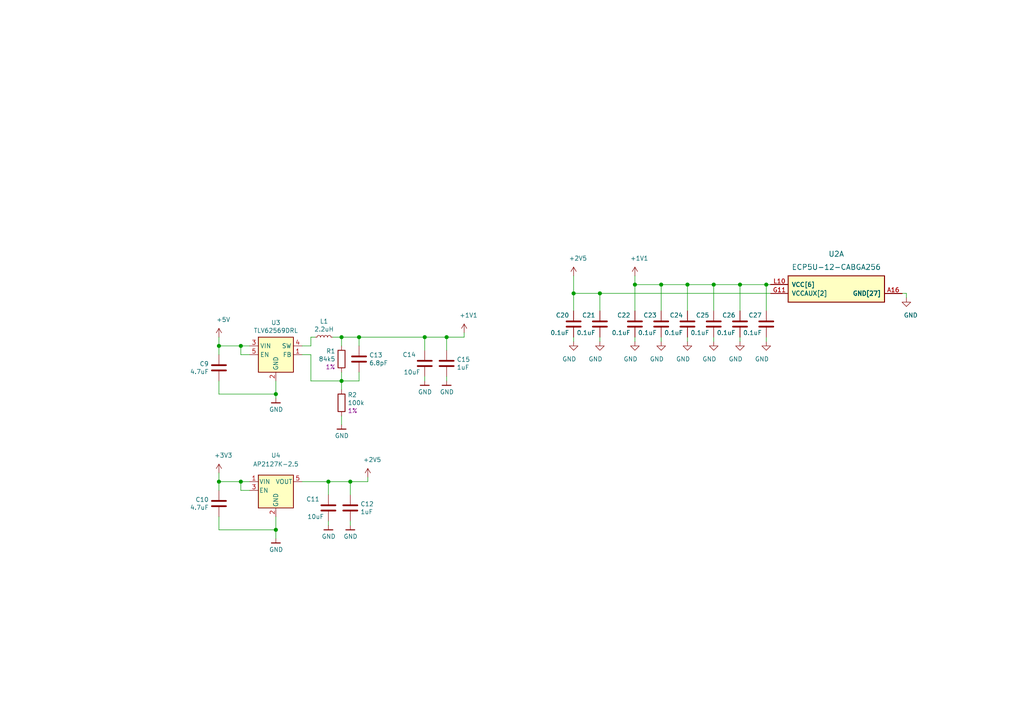
<source format=kicad_sch>
(kicad_sch (version 20201015) (generator eeschema)
  (page 1 4)
  (paper "A4")
  (title_block (title "Resonance") (date "2020-12-02") (rev "r1.0") (company "GsD : @gregdavill") (comment 1 "Digital video output addon from the card10"))
  (lib_symbols
    (symbol "Device:C" (pin_numbers hide) (pin_names (offset 0.254))
      (property "Reference" "C" (at 0.635 2.54 0))
      (property "Value" "C" (at 0.635 -2.54 0))
      (symbol "C_0_1"
        (polyline (pts (xy -2.032 -0.762) (xy 2.032 -0.762)) (stroke (width 0.508)))
        (polyline (pts (xy -2.032 0.762) (xy 2.032 0.762)) (stroke (width 0.508)))
      )
      (symbol "C_1_1"
        (pin passive line (at 0 3.81 270) (length 2.794) (name "~") (number "1"))
        (pin passive line (at 0 -3.81 90) (length 2.794) (name "~") (number "2"))
      )
    )
    (symbol "Device:L_Small" (pin_numbers hide) (pin_names (offset 0.254) hide)
      (property "Reference" "L" (at 0.762 1.016 0))
      (property "Value" "L_Small" (at 0.762 -1.016 0))
      (symbol "L_Small_0_1"
        (arc (start 0 -2.032) (end 0 -1.016) (radius (at 0 -1.524) (length 0.508) (angles -89.9 89.9)))
        (arc (start 0 -1.016) (end 0 0) (radius (at 0 -0.508) (length 0.508) (angles -89.9 89.9)))
        (arc (start 0 0) (end 0 1.016) (radius (at 0 0.508) (length 0.508) (angles -89.9 89.9)))
        (arc (start 0 1.016) (end 0 2.032) (radius (at 0 1.524) (length 0.508) (angles -89.9 89.9)))
      )
      (symbol "L_Small_1_1"
        (pin passive line (at 0 2.54 270) (length 0.508) (name "~") (number "1"))
        (pin passive line (at 0 -2.54 90) (length 0.508) (name "~") (number "2"))
      )
    )
    (symbol "Device:R_5" (pin_numbers hide) (pin_names (offset 0))
      (property "Reference" "R" (at 2.032 0 90))
      (property "Value" "R" (at 0 0 90))
      (symbol "R_5_0_1"
        (rectangle (start -1.016 -2.54) (end 1.016 2.54) (stroke (width 0.254)))
      )
      (symbol "R_5_1_1"
        (pin passive line (at 0 3.81 270) (length 1.27) (name "~") (number "1"))
        (pin passive line (at 0 -3.81 90) (length 1.27) (name "~") (number "2"))
      )
    )
    (symbol "Device:R_6" (pin_numbers hide) (pin_names (offset 0))
      (property "Reference" "R" (at 2.032 0 90))
      (property "Value" "R" (at 0 0 90))
      (symbol "R_6_0_1"
        (rectangle (start -1.016 -2.54) (end 1.016 2.54) (stroke (width 0.254)))
      )
      (symbol "R_6_1_1"
        (pin passive line (at 0 3.81 270) (length 1.27) (name "~") (number "1"))
        (pin passive line (at 0 -3.81 90) (length 1.27) (name "~") (number "2"))
      )
    )
    (symbol "Regulator_Linear:AP2127K-2.5" (pin_names (offset 0.254))
      (property "Reference" "U" (at -5.08 5.715 0))
      (property "Value" "AP2127K-2.5" (at 0 5.715 0))
      (symbol "AP2127K-2.5_0_1"
        (rectangle (start -5.08 4.445) (end 5.08 -5.08) (stroke (width 0.254)) (fill (type background)))
      )
      (symbol "AP2127K-2.5_1_1"
        (pin power_in line (at -7.62 2.54 0) (length 2.54) (name "VIN") (number "1"))
        (pin power_in line (at 0 -7.62 90) (length 2.54) (name "GND") (number "2"))
        (pin input line (at -7.62 0 0) (length 2.54) (name "EN") (number "3"))
        (pin unconnected line (at 7.62 0 180) (length 2.54) hide (name "NC") (number "4"))
        (pin power_out line (at 7.62 2.54 180) (length 2.54) (name "VOUT") (number "5"))
      )
    )
    (symbol "Regulator_Switching:TLV62569DRL"
      (property "Reference" "U" (at -5.08 6.35 0))
      (property "Value" "TLV62569DRL" (at 0 6.35 0))
      (symbol "TLV62569DRL_0_1"
        (rectangle (start -5.08 5.08) (end 5.08 -5.08) (stroke (width 0.254)) (fill (type background)))
      )
      (symbol "TLV62569DRL_1_1"
        (pin input line (at 7.62 0 180) (length 2.54) (name "FB") (number "1"))
        (pin power_in line (at 0 -7.62 90) (length 2.54) (name "GND") (number "2"))
        (pin power_in line (at -7.62 2.54 0) (length 2.54) (name "VIN") (number "3"))
        (pin power_out line (at 7.62 2.54 180) (length 2.54) (name "SW") (number "4"))
        (pin input line (at -7.62 0 0) (length 2.54) (name "EN") (number "5"))
        (pin unconnected line (at 5.08 -2.54 180) (length 2.54) hide (name "NC") (number "6"))
      )
    )
    (symbol "gkl_power:GND" (power) (pin_names (offset 0))
      (property "Value" "GND" (at 0 -2.54 0))
      (symbol "GND_0_1"
        (polyline (pts (xy 0 -1.27) (xy 0 0)))
        (polyline (pts (xy 1.27 -1.27) (xy -1.27 -1.27)) (stroke (width 0.3048)))
      )
      (symbol "GND_1_1"
        (pin power_in line (at 0 0 270) (length 0) hide (name "GND") (number "1"))
      )
    )
    (symbol "gsd-kicad:ECP5U-12-CABGA256" (pin_names (offset 1.016))
      (property "Reference" "U" (at 3.81 6.35 0))
      (property "Value" "ECP5U-12-CABGA256" (at 3.81 3.81 0))
      (symbol "ECP5U-12-CABGA256_1_1"
        (rectangle (start 5.08 17.78) (end 12.7 -10.16) (stroke (width 0.3048)) (fill (type background)))
        (pin power_in line (at 7.62 -15.24 90) (length 5.08) (name "GND[27]") (number "A16"))
        (pin power_in line (at 7.62 -15.24 90) (length 5.08) (name "GND[27]") (number "H16"))
        (pin power_in line (at 7.62 -15.24 90) (length 5.08) (name "GND[27]") (number "T16"))
        (pin power_in line (at 7.62 -15.24 90) (length 5.08) (name "GND[27]") (number "D15"))
        (pin power_in line (at 7.62 -15.24 90) (length 5.08) (name "GND[27]") (number "N15"))
        (pin power_in line (at 7.62 -15.24 90) (length 5.08) (name "GND[27]") (number "T12"))
        (pin power_in line (at 7.62 -15.24 90) (length 5.08) (name "GND[27]") (number "G10"))
        (pin power_in line (at 7.62 -15.24 90) (length 5.08) (name "GND[27]") (number "H10"))
        (pin power_in line (at 7.62 -15.24 90) (length 5.08) (name "GND[27]") (number "J10"))
        (pin power_in line (at 7.62 -15.24 90) (length 5.08) (name "GND[27]") (number "K10"))
        (pin power_in line (at 7.62 -15.24 90) (length 5.08) (name "GND[27]") (number "F9"))
        (pin power_in line (at 7.62 -15.24 90) (length 5.08) (name "GND[27]") (number "H9"))
        (pin power_in line (at 7.62 -15.24 90) (length 5.08) (name "GND[27]") (number "J9"))
        (pin power_in line (at 7.62 -15.24 90) (length 5.08) (name "GND[27]") (number "K9"))
        (pin power_in line (at 7.62 -15.24 90) (length 5.08) (name "GND[27]") (number "F8"))
        (pin power_in line (at 7.62 -15.24 90) (length 5.08) (name "GND[27]") (number "G8"))
        (pin power_in line (at 7.62 -15.24 90) (length 5.08) (name "GND[27]") (number "H8"))
        (pin power_in line (at 7.62 -15.24 90) (length 5.08) (name "GND[27]") (number "J8"))
        (pin power_in line (at 7.62 -15.24 90) (length 5.08) (name "GND[27]") (number "K8"))
        (pin power_in line (at 7.62 -15.24 90) (length 5.08) (name "GND[27]") (number "K7"))
        (pin power_in line (at 7.62 -15.24 90) (length 5.08) (name "GND[27]") (number "K6"))
        (pin power_in line (at 7.62 -15.24 90) (length 5.08) (name "GND[27]") (number "T5"))
        (pin power_in line (at 7.62 -15.24 90) (length 5.08) (name "GND[27]") (number "D2"))
        (pin power_in line (at 7.62 -15.24 90) (length 5.08) (name "GND[27]") (number "N2"))
        (pin power_in line (at 7.62 -15.24 90) (length 5.08) (name "GND[27]") (number "A1"))
        (pin power_in line (at 7.62 -15.24 90) (length 5.08) (name "GND[27]") (number "H1"))
        (pin power_in line (at 7.62 -15.24 90) (length 5.08) (name "GND[27]") (number "T1"))
        (pin power_in line (at 10.16 22.86 270) (length 5.08) (name "VCC[6]") (number "L10"))
        (pin power_in line (at 10.16 22.86 270) (length 5.08) (name "VCC[6]") (number "G9"))
        (pin power_in line (at 10.16 22.86 270) (length 5.08) (name "VCC[6]") (number "L9"))
        (pin power_in line (at 10.16 22.86 270) (length 5.08) (name "VCC[6]") (number "L8"))
        (pin power_in line (at 10.16 22.86 270) (length 5.08) (name "VCC[6]") (number "G7"))
        (pin power_in line (at 10.16 22.86 270) (length 5.08) (name "VCC[6]") (number "G6"))
        (pin power_in line (at 7.62 22.86 270) (length 5.08) (name "VCCAUX[2]") (number "G11"))
        (pin power_in line (at 7.62 22.86 270) (length 5.08) (name "VCCAUX[2]") (number "L7"))
      )
      (symbol "ECP5U-12-CABGA256_2_1"
        (rectangle (start 5.08 2.54) (end 35.56 -60.96) (stroke (width 0.3048)) (fill (type background)))
        (pin bidirectional line (at 0 0 0) (length 5.08) (name "PT4A/+") (number "A2"))
        (pin bidirectional line (at 0 -2.54 0) (length 5.08) (name "PT4B/-") (number "B3"))
        (pin bidirectional line (at 0 -5.08 0) (length 5.08) (name "PT6A/+") (number "A3"))
        (pin bidirectional line (at 0 -7.62 0) (length 5.08) (name "PT6B/-") (number "A4"))
        (pin bidirectional line (at 0 -10.16 0) (length 5.08) (name "PT9A/+") (number "E4"))
        (pin bidirectional line (at 0 -12.7 0) (length 5.08) (name "PT9B/-") (number "D4"))
        (pin bidirectional line (at 0 -15.24 0) (length 5.08) (name "PT11A/+") (number "C4"))
        (pin bidirectional line (at 0 -17.78 0) (length 5.08) (name "PT11B/-") (number "B4"))
        (pin bidirectional line (at 0 -20.32 0) (length 5.08) (name "PT13A/+") (number "E5"))
        (pin bidirectional line (at 0 -22.86 0) (length 5.08) (name "PT13B/-") (number "D5"))
        (pin bidirectional line (at 0 -25.4 0) (length 5.08) (name "PT15A/+") (number "C5"))
        (pin bidirectional line (at 0 -27.94 0) (length 5.08) (name "PT15B/-") (number "B5"))
        (pin bidirectional line (at 0 -30.48 0) (length 5.08) (name "PT18A/+") (number "A5"))
        (pin bidirectional line (at 0 -33.02 0) (length 5.08) (name "PT18B/-") (number "A6"))
        (pin bidirectional line (at 0 -35.56 0) (length 5.08) (name "PT20A/+") (number "E6"))
        (pin bidirectional line (at 0 -38.1 0) (length 5.08) (name "PT20B/-") (number "D6"))
        (pin bidirectional line (at 0 -40.64 0) (length 5.08) (name "PT22A/+") (number "C6"))
        (pin bidirectional line (at 0 -43.18 0) (length 5.08) (name "PT22B/-") (number "B6"))
        (pin bidirectional line (at 0 -45.72 0) (length 5.08) (name "PT24A/+/GR_PCLK0_1") (number "E7"))
        (pin bidirectional line (at 0 -48.26 0) (length 5.08) (name "PT24B/-/GR_PCLK0_0") (number "D7"))
        (pin bidirectional line (at 0 -50.8 0) (length 5.08) (name "PT27A/+/PCLKT0_1") (number "C7"))
        (pin bidirectional line (at 0 -53.34 0) (length 5.08) (name "PT27B/-/PCLKC0_1") (number "B7"))
        (pin bidirectional line (at 0 -55.88 0) (length 5.08) (name "PT29A/+/PCLKT0_0") (number "A7"))
        (pin bidirectional line (at 0 -58.42 0) (length 5.08) (name "PT29B/-/PCLKC0_0") (number "A8"))
        (pin power_in line (at 33.02 7.62 270) (length 5.08) (name "VCCIO0[2]") (number "F7"))
        (pin power_in line (at 33.02 7.62 270) (length 5.08) (name "VCCIO0[2]") (number "F6"))
      )
      (symbol "ECP5U-12-CABGA256_3_1"
        (rectangle (start 5.08 2.54) (end 35.56 -81.28) (stroke (width 0.3048)) (fill (type background)))
        (pin bidirectional line (at 0 0 0) (length 5.08) (name "PT33A/+/PCLKT1_1") (number "E8"))
        (pin bidirectional line (at 0 -2.54 0) (length 5.08) (name "PT33B/-/PCLKC1_1") (number "D8"))
        (pin bidirectional line (at 0 -5.08 0) (length 5.08) (name "PT35A/+/PCLKT1_0") (number "C8"))
        (pin bidirectional line (at 0 -7.62 0) (length 5.08) (name "PT35B/-/PCLKC1_0") (number "B8"))
        (pin bidirectional line (at 0 -10.16 0) (length 5.08) (name "PT38A/+/GR_PCLK1_0") (number "B9"))
        (pin bidirectional line (at 0 -12.7 0) (length 5.08) (name "PT38B/-/GR_PCLK1_1") (number "C9"))
        (pin bidirectional line (at 0 -15.24 0) (length 5.08) (name "PT40A/+") (number "D9"))
        (pin bidirectional line (at 0 -17.78 0) (length 5.08) (name "PT40B/-") (number "E9"))
        (pin bidirectional line (at 0 -20.32 0) (length 5.08) (name "PT42A/+") (number "A9"))
        (pin bidirectional line (at 0 -22.86 0) (length 5.08) (name "PT42B/-") (number "A10"))
        (pin bidirectional line (at 0 -25.4 0) (length 5.08) (name "PT44A/+") (number "B10"))
        (pin bidirectional line (at 0 -27.94 0) (length 5.08) (name "PT44B/-") (number "C10"))
        (pin bidirectional line (at 0 -30.48 0) (length 5.08) (name "PT47A/+") (number "D10"))
        (pin bidirectional line (at 0 -33.02 0) (length 5.08) (name "PT47B/-") (number "E10"))
        (pin bidirectional line (at 0 -35.56 0) (length 5.08) (name "PT49A/+") (number "B11"))
        (pin bidirectional line (at 0 -38.1 0) (length 5.08) (name "PT49B/-") (number "C11"))
        (pin bidirectional line (at 0 -40.64 0) (length 5.08) (name "PT51A/+") (number "D11"))
        (pin bidirectional line (at 0 -43.18 0) (length 5.08) (name "PT51B/-") (number "E11"))
        (pin bidirectional line (at 0 -45.72 0) (length 5.08) (name "PT53A/+") (number "A11"))
        (pin bidirectional line (at 0 -48.26 0) (length 5.08) (name "PT53B/-") (number "A12"))
        (pin bidirectional line (at 0 -50.8 0) (length 5.08) (name "PT56A/+") (number "B12"))
        (pin bidirectional line (at 0 -53.34 0) (length 5.08) (name "PT56B/-") (number "C12"))
        (pin bidirectional line (at 0 -55.88 0) (length 5.08) (name "PT58A/+") (number "D12"))
        (pin bidirectional line (at 0 -58.42 0) (length 5.08) (name "PT58B/-") (number "E12"))
        (pin bidirectional line (at 0 -60.96 0) (length 5.08) (name "PT60A/+") (number "B13"))
        (pin bidirectional line (at 0 -63.5 0) (length 5.08) (name "PT60B/-") (number "C13"))
        (pin bidirectional line (at 0 -66.04 0) (length 5.08) (name "PT62A/+") (number "D13"))
        (pin bidirectional line (at 0 -68.58 0) (length 5.08) (name "PT62B/-") (number "E13"))
        (pin bidirectional line (at 0 -71.12 0) (length 5.08) (name "PT65A/+") (number "A13"))
        (pin bidirectional line (at 0 -73.66 0) (length 5.08) (name "PT65B/-") (number "A14"))
        (pin bidirectional line (at 0 -76.2 0) (length 5.08) (name "PT67A/+") (number "B14"))
        (pin bidirectional line (at 0 -78.74 0) (length 5.08) (name "PT67B/-") (number "A15"))
        (pin power_in line (at 33.02 7.62 270) (length 5.08) (name "VCCIO1[2]") (number "F11"))
        (pin power_in line (at 33.02 7.62 270) (length 5.08) (name "VCCIO1[2]") (number "F10"))
      )
      (symbol "ECP5U-12-CABGA256_4_1"
        (rectangle (start 5.08 2.54) (end 48.26 -81.28) (stroke (width 0.3048)) (fill (type background)))
        (pin bidirectional line (at 0 0 0) (length 5.08) (name "PR2A/+/HS/RDQ8") (number "B16"))
        (pin bidirectional line (at 0 -2.54 0) (length 5.08) (name "PR2B/-/S0_IN/HS/RDQ8") (number "B15"))
        (pin bidirectional line (at 0 -5.08 0) (length 5.08) (name "PR2C/+/RDQ8") (number "C14"))
        (pin bidirectional line (at 0 -7.62 0) (length 5.08) (name "PR2D/-/RDQ8") (number "D14"))
        (pin bidirectional line (at 0 -10.16 0) (length 5.08) (name "PR5A/+/HS/RDQ8") (number "C16"))
        (pin bidirectional line (at 0 -12.7 0) (length 5.08) (name "PR5B/-/HS/RDQ8") (number "C15"))
        (pin bidirectional line (at 0 -15.24 0) (length 5.08) (name "PR5C/+/RDQ8") (number "E14"))
        (pin bidirectional line (at 0 -17.78 0) (length 5.08) (name "PR5D/-/RDQ8") (number "F14"))
        (pin bidirectional line (at 0 -20.32 0) (length 5.08) (name "PR8A/+/HS/RDQS8") (number "D16"))
        (pin bidirectional line (at 0 -22.86 0) (length 5.08) (name "PR8B/-/HS/RDQSN8") (number "E15"))
        (pin bidirectional line (at 0 -25.4 0) (length 5.08) (name "PR8C/+/RDQ8") (number "F13"))
        (pin bidirectional line (at 0 -27.94 0) (length 5.08) (name "PR8D/-/RDQ8") (number "F12"))
        (pin bidirectional line (at 0 -30.48 0) (length 5.08) (name "PR11A/+/HS/RDQ8") (number "G12"))
        (pin bidirectional line (at 0 -33.02 0) (length 5.08) (name "PR11B/-/HS/RDQ8") (number "G13"))
        (pin bidirectional line (at 0 -35.56 0) (length 5.08) (name "PR11C/+/RDQ8") (number "F15"))
        (pin bidirectional line (at 0 -38.1 0) (length 5.08) (name "PR11D/-/RDQ8") (number "E16"))
        (pin bidirectional line (at 0 -40.64 0) (length 5.08) (name "PR14A/+/HS/RDQ20") (number "F16"))
        (pin bidirectional line (at 0 -43.18 0) (length 5.08) (name "PR14B/-/HS/RDQ20") (number "G15"))
        (pin bidirectional line (at 0 -45.72 0) (length 5.08) (name "PR14C/+/VREF1_2/RDQ20") (number "G14"))
        (pin bidirectional line (at 0 -48.26 0) (length 5.08) (name "PR14D/-/RDQ20") (number "H14"))
        (pin bidirectional line (at 0 -50.8 0) (length 5.08) (name "PR17A/+/HS/RDQ20") (number "H12"))
        (pin bidirectional line (at 0 -53.34 0) (length 5.08) (name "PR17B/-/HS/RDQ20") (number "H13"))
        (pin bidirectional line (at 0 -55.88 0) (length 5.08) (name "PR17C/+/RDQ20") (number "J13"))
        (pin bidirectional line (at 0 -58.42 0) (length 5.08) (name "PR17D/-/RDQ20") (number "J12"))
        (pin bidirectional line (at 0 -60.96 0) (length 5.08) (name "PR20A/+/GR_PCLK2_1/HS/RDQS20") (number "G16"))
        (pin bidirectional line (at 0 -63.5 0) (length 5.08) (name "PR20B/-/HS/RDQSN20") (number "H15"))
        (pin bidirectional line (at 0 -66.04 0) (length 5.08) (name "PR20C/+/GR_PCLK2_0/RDQ20") (number "J14"))
        (pin bidirectional line (at 0 -68.58 0) (length 5.08) (name "PR20D/-/RDQ20") (number "K14"))
        (pin bidirectional line (at 0 -71.12 0) (length 5.08) (name "PR23A/+/PCLKT2_1/HS/RDQ20") (number "J16"))
        (pin bidirectional line (at 0 -73.66 0) (length 5.08) (name "PR23B/-/PCLKC2_1/HS/RDQ20") (number "J15"))
        (pin bidirectional line (at 0 -76.2 0) (length 5.08) (name "PR23C/+/PCLKT2_0/RDQ20") (number "K16"))
        (pin bidirectional line (at 0 -78.74 0) (length 5.08) (name "PR23D/-/PCLKC2_0/RDQ20") (number "K15"))
        (pin power_in line (at 45.72 7.62 270) (length 5.08) (name "VCCIO2[2]") (number "H11"))
        (pin power_in line (at 45.72 7.62 270) (length 5.08) (name "VCCIO2[2]") (number "J11"))
      )
      (symbol "ECP5U-12-CABGA256_5_1"
        (rectangle (start 5.08 2.54) (end 48.26 -81.28) (stroke (width 0.3048)) (fill (type background)))
        (pin bidirectional line (at 0 0 0) (length 5.08) (name "PR26A/+/PCLKT3_1/HS/RDQ32") (number "L16"))
        (pin bidirectional line (at 0 -2.54 0) (length 5.08) (name "PR26B/-/PCLKC3_1/HS/RDQ32") (number "L15"))
        (pin bidirectional line (at 0 -5.08 0) (length 5.08) (name "PR26C/+/PCLKT3_0/RDQ32") (number "M16"))
        (pin bidirectional line (at 0 -7.62 0) (length 5.08) (name "PR26D/-/PCLKC3_0/RDQ32") (number "M15"))
        (pin bidirectional line (at 0 -10.16 0) (length 5.08) (name "PR29A/+/GR_PCLK3_0/HS/RDQ32") (number "K13"))
        (pin bidirectional line (at 0 -12.7 0) (length 5.08) (name "PR29B/-/HS/RDQ32") (number "K12"))
        (pin bidirectional line (at 0 -15.24 0) (length 5.08) (name "PR29C/+/GR_PCLK3_1/RDQ32") (number "L13"))
        (pin bidirectional line (at 0 -17.78 0) (length 5.08) (name "PR29D/-/RDQ32") (number "L12"))
        (pin bidirectional line (at 0 -20.32 0) (length 5.08) (name "PR32A/+/HS/RDQS32") (number "N16"))
        (pin bidirectional line (at 0 -22.86 0) (length 5.08) (name "PR32B/-/HS/RDQSN32") (number "P15"))
        (pin bidirectional line (at 0 -25.4 0) (length 5.08) (name "PR32C/+/RDQ32") (number "L14"))
        (pin bidirectional line (at 0 -27.94 0) (length 5.08) (name "PR32D/-/RDQ32") (number "M14"))
        (pin bidirectional line (at 0 -30.48 0) (length 5.08) (name "PR35A/+/HS/RDQ32") (number "P16"))
        (pin bidirectional line (at 0 -33.02 0) (length 5.08) (name "PR35B/-/VREF1_3/HS/RDQ32") (number "R16"))
        (pin bidirectional line (at 0 -35.56 0) (length 5.08) (name "PR35C/+/RDQ32") (number "M13"))
        (pin bidirectional line (at 0 -38.1 0) (length 5.08) (name "PR35D/-/RDQ32") (number "N14"))
        (pin bidirectional line (at 0 -40.64 0) (length 5.08) (name "PR38A/+/HS/RDQ44") (number "N13"))
        (pin bidirectional line (at 0 -43.18 0) (length 5.08) (name "PR38B/-/HS/RDQ44") (number "P14"))
        (pin bidirectional line (at 0 -45.72 0) (length 5.08) (name "PR38C/+/RDQ44") (number "R15"))
        (pin bidirectional line (at 0 -48.26 0) (length 5.08) (name "PR38D/-/RDQ44") (number "T15"))
        (pin bidirectional line (at 0 -50.8 0) (length 5.08) (name "PR41A/+/HS/RDQ44") (number "P13"))
        (pin bidirectional line (at 0 -53.34 0) (length 5.08) (name "PR41B/-/HS/RDQ44") (number "R14"))
        (pin bidirectional line (at 0 -55.88 0) (length 5.08) (name "PR41C/+/RDQ44") (number "R13"))
        (pin bidirectional line (at 0 -58.42 0) (length 5.08) (name "PR41D/-/RDQ44") (number "T14"))
        (pin bidirectional line (at 0 -60.96 0) (length 5.08) (name "PR44A/+/HS/RDQS44") (number "R12"))
        (pin bidirectional line (at 0 -63.5 0) (length 5.08) (name "PR44B/-/HS/RDQSN44") (number "T13"))
        (pin bidirectional line (at 0 -66.04 0) (length 5.08) (name "PR44C/+/RDQ44") (number "M12"))
        (pin bidirectional line (at 0 -68.58 0) (length 5.08) (name "PR44D/-/RDQ44") (number "N12"))
        (pin bidirectional line (at 0 -71.12 0) (length 5.08) (name "PR47A/+/HS/RDQ44") (number "M11"))
        (pin bidirectional line (at 0 -73.66 0) (length 5.08) (name "PR47B/-/HS/RDQ44") (number "N11"))
        (pin bidirectional line (at 0 -76.2 0) (length 5.08) (name "PR47C/+/LRC_GPLL0T_IN/RDQ44") (number "P11"))
        (pin bidirectional line (at 0 -78.74 0) (length 5.08) (name "PR47D/-/LRC_GPLL0C_IN/RDQ44") (number "P12"))
        (pin power_in line (at 45.72 7.62 270) (length 5.08) (name "VCCIO3[2]") (number "K11"))
        (pin power_in line (at 45.72 7.62 270) (length 5.08) (name "VCCIO3[2]") (number "L11"))
      )
      (symbol "ECP5U-12-CABGA256_6_1"
        (rectangle (start 5.08 2.54) (end 48.26 -81.28) (stroke (width 0.3048)) (fill (type background)))
        (pin bidirectional line (at 0 0 0) (length 5.08) (name "PL26A/+/PCLKT6_1/HS/LDQ32") (number "L1"))
        (pin bidirectional line (at 0 -2.54 0) (length 5.08) (name "PL26B/-/PCLKC6_1/HS/LDQ32") (number "L2"))
        (pin bidirectional line (at 0 -5.08 0) (length 5.08) (name "PL26C/+/PCLKT6_0/LDQ32") (number "M1"))
        (pin bidirectional line (at 0 -7.62 0) (length 5.08) (name "PL26D/-/PCLKC6_0/LDQ32") (number "M2"))
        (pin bidirectional line (at 0 -10.16 0) (length 5.08) (name "PL29A/+/GR_PCLK6_0/HS/LDQ32") (number "K4"))
        (pin bidirectional line (at 0 -12.7 0) (length 5.08) (name "PL29B/-/HS/LDQ32") (number "K5"))
        (pin bidirectional line (at 0 -15.24 0) (length 5.08) (name "PL29C/+/GR_PCLK6_1/LDQ32") (number "L4"))
        (pin bidirectional line (at 0 -17.78 0) (length 5.08) (name "PL29D/-/LDQ32") (number "L5"))
        (pin bidirectional line (at 0 -20.32 0) (length 5.08) (name "PL32A/+/HS/LDQS32") (number "N1"))
        (pin bidirectional line (at 0 -22.86 0) (length 5.08) (name "PL32B/-/HS/LDQSN32") (number "P2"))
        (pin bidirectional line (at 0 -25.4 0) (length 5.08) (name "PL32C/+/LDQ32") (number "L3"))
        (pin bidirectional line (at 0 -27.94 0) (length 5.08) (name "PL32D/-/LDQ32") (number "M3"))
        (pin bidirectional line (at 0 -30.48 0) (length 5.08) (name "PL35A/+/HS/LDQ32") (number "P1"))
        (pin bidirectional line (at 0 -33.02 0) (length 5.08) (name "PL35B/-/VREF1_6/HS/LDQ32") (number "R1"))
        (pin bidirectional line (at 0 -35.56 0) (length 5.08) (name "PL35C/+/LDQ32") (number "M4"))
        (pin bidirectional line (at 0 -38.1 0) (length 5.08) (name "PL35D/-/LDQ32") (number "N3"))
        (pin bidirectional line (at 0 -40.64 0) (length 5.08) (name "PL38A/+/HS/LDQ44") (number "N4"))
        (pin bidirectional line (at 0 -43.18 0) (length 5.08) (name "PL38B/-/HS/LDQ44") (number "P3"))
        (pin bidirectional line (at 0 -45.72 0) (length 5.08) (name "PL38C/+/LDQ44") (number "R2"))
        (pin bidirectional line (at 0 -48.26 0) (length 5.08) (name "PL38D/-/LDQ44") (number "T2"))
        (pin bidirectional line (at 0 -50.8 0) (length 5.08) (name "PL41A/+/HS/LDQ44") (number "P4"))
        (pin bidirectional line (at 0 -53.34 0) (length 5.08) (name "PL41B/-/HS/LDQ44") (number "R3"))
        (pin bidirectional line (at 0 -55.88 0) (length 5.08) (name "PL41C/+/LDQ44") (number "R4"))
        (pin bidirectional line (at 0 -58.42 0) (length 5.08) (name "PL41D/-/LDQ44") (number "T3"))
        (pin bidirectional line (at 0 -60.96 0) (length 5.08) (name "PL44A/+/HS/LDQS44") (number "R5"))
        (pin bidirectional line (at 0 -63.5 0) (length 5.08) (name "PL44B/-/HS/LDQSN44") (number "T4"))
        (pin bidirectional line (at 0 -66.04 0) (length 5.08) (name "PL44C/+/LDQ44") (number "M5"))
        (pin bidirectional line (at 0 -68.58 0) (length 5.08) (name "PL44D/-/LDQ44") (number "N5"))
        (pin bidirectional line (at 0 -71.12 0) (length 5.08) (name "PL47A/+/HS/LDQ44") (number "M6"))
        (pin bidirectional line (at 0 -73.66 0) (length 5.08) (name "PL47B/-/HS/LDQ44") (number "N6"))
        (pin bidirectional line (at 0 -76.2 0) (length 5.08) (name "PL47C/+/LLC_GPLL0T_IN/LDQ44") (number "P6"))
        (pin bidirectional line (at 0 -78.74 0) (length 5.08) (name "PL47D/-/LLC_GPLL0C_IN/LDQ44") (number "P5"))
        (pin power_in line (at 45.72 7.62 270) (length 5.08) (name "VCCIO6[2]") (number "J7"))
        (pin power_in line (at 45.72 7.62 270) (length 5.08) (name "VCCIO6[2]") (number "J6"))
      )
      (symbol "ECP5U-12-CABGA256_7_1"
        (rectangle (start 5.08 2.54) (end 48.26 -81.28) (stroke (width 0.3048)) (fill (type background)))
        (pin bidirectional line (at 0 0 0) (length 5.08) (name "PL2A/+/HS/LDQ8") (number "B1"))
        (pin bidirectional line (at 0 -2.54 0) (length 5.08) (name "PL2B/-/HS/LDQ8") (number "B2"))
        (pin bidirectional line (at 0 -5.08 0) (length 5.08) (name "PL2C/+/LDQ8") (number "C3"))
        (pin bidirectional line (at 0 -7.62 0) (length 5.08) (name "PL2D/-/LDQ8") (number "D3"))
        (pin bidirectional line (at 0 -10.16 0) (length 5.08) (name "PL5A/+/HS/LDQ8") (number "C1"))
        (pin bidirectional line (at 0 -12.7 0) (length 5.08) (name "PL5B/-/HS/LDQ8") (number "C2"))
        (pin bidirectional line (at 0 -15.24 0) (length 5.08) (name "PL5C/+/LDQ8") (number "E3"))
        (pin bidirectional line (at 0 -17.78 0) (length 5.08) (name "PL5D/-/LDQ8") (number "F3"))
        (pin bidirectional line (at 0 -20.32 0) (length 5.08) (name "PL8A/+/HS/LDQS8") (number "D1"))
        (pin bidirectional line (at 0 -22.86 0) (length 5.08) (name "PL8B/-/HS/LDQSN8") (number "E2"))
        (pin bidirectional line (at 0 -25.4 0) (length 5.08) (name "PL8C/+/LDQ8") (number "F4"))
        (pin bidirectional line (at 0 -27.94 0) (length 5.08) (name "PL8D/-/LDQ8") (number "F5"))
        (pin bidirectional line (at 0 -30.48 0) (length 5.08) (name "PL11A/+/HS/LDQ8") (number "G5"))
        (pin bidirectional line (at 0 -33.02 0) (length 5.08) (name "PL11B/-/HS/LDQ8") (number "G4"))
        (pin bidirectional line (at 0 -35.56 0) (length 5.08) (name "PL11C/+/LDQ8") (number "F2"))
        (pin bidirectional line (at 0 -38.1 0) (length 5.08) (name "PL11D/-/LDQ8") (number "E1"))
        (pin bidirectional line (at 0 -40.64 0) (length 5.08) (name "PL14A/+/HS/LDQ20") (number "F1"))
        (pin bidirectional line (at 0 -43.18 0) (length 5.08) (name "PL14B/-/HS/LDQ20") (number "G2"))
        (pin bidirectional line (at 0 -45.72 0) (length 5.08) (name "PL14C/+/VREF1_7/LDQ20") (number "G3"))
        (pin bidirectional line (at 0 -48.26 0) (length 5.08) (name "PL14D/-/LDQ20") (number "H3"))
        (pin bidirectional line (at 0 -50.8 0) (length 5.08) (name "PL17A/+/HS/LDQ20") (number "H5"))
        (pin bidirectional line (at 0 -53.34 0) (length 5.08) (name "PL17B/-/HS/LDQ20") (number "H4"))
        (pin bidirectional line (at 0 -55.88 0) (length 5.08) (name "PL17C/+/LDQ20") (number "J4"))
        (pin bidirectional line (at 0 -58.42 0) (length 5.08) (name "PL17D/-/LDQ20") (number "J5"))
        (pin bidirectional line (at 0 -60.96 0) (length 5.08) (name "PL20A/+/GR_PCLK7_1/HS/LDQS20") (number "G1"))
        (pin bidirectional line (at 0 -63.5 0) (length 5.08) (name "PL20B/-/HS/LDQSN20") (number "H2"))
        (pin bidirectional line (at 0 -66.04 0) (length 5.08) (name "PL20C/+/GR_PCLK7_0/LDQ20") (number "J3"))
        (pin bidirectional line (at 0 -68.58 0) (length 5.08) (name "PL20D/-/LDQ20") (number "K3"))
        (pin bidirectional line (at 0 -71.12 0) (length 5.08) (name "PL23A/+/PCLKT7_1/HS/LDQ20") (number "J1"))
        (pin bidirectional line (at 0 -73.66 0) (length 5.08) (name "PL23B/-/PCLKC7_1/HS/LDQ20") (number "J2"))
        (pin bidirectional line (at 0 -76.2 0) (length 5.08) (name "PL23C/+/PCLKT7_0/LDQ20") (number "K1"))
        (pin bidirectional line (at 0 -78.74 0) (length 5.08) (name "PL23D/-/PCLKC7_0/LDQ20") (number "K2"))
        (pin power_in line (at 45.72 7.62 270) (length 5.08) (name "VCCIO7[2]") (number "H7"))
        (pin power_in line (at 45.72 7.62 270) (length 5.08) (name "VCCIO7[2]") (number "H6"))
      )
      (symbol "ECP5U-12-CABGA256_8_1"
        (rectangle (start 5.08 2.54) (end 53.34 -50.8) (stroke (width 0.3048)) (fill (type background)))
        (pin bidirectional line (at 0 0 0) (length 5.08) (name "CCLK/MCLK/SCK") (number "N9"))
        (pin bidirectional line (at 0 -2.54 0) (length 5.08) (name "CFG_0") (number "N10"))
        (pin bidirectional line (at 0 -5.08 0) (length 5.08) (name "CFG_1") (number "P10"))
        (pin bidirectional line (at 0 -7.62 0) (length 5.08) (name "CFG_2") (number "R10"))
        (pin bidirectional line (at 0 -10.16 0) (length 5.08) (name "DONE") (number "P9"))
        (pin bidirectional line (at 0 -12.7 0) (length 5.08) (name "INITN") (number "T9"))
        (pin bidirectional line (at 0 -15.24 0) (length 5.08) (name "PB4A/+/D7/IO7") (number "T6"))
        (pin bidirectional line (at 0 -17.78 0) (length 5.08) (name "PB4B/-/D6/IO6") (number "R6"))
        (pin bidirectional line (at 0 -20.32 0) (length 5.08) (name "PB6A/+/D5/MISO2/IO5") (number "R7"))
        (pin bidirectional line (at 0 -22.86 0) (length 5.08) (name "PB6B/-/D4/MOSI2/IO4") (number "P7"))
        (pin bidirectional line (at 0 -25.4 0) (length 5.08) (name "PB9A/+/D3/IO3") (number "N7"))
        (pin bidirectional line (at 0 -27.94 0) (length 5.08) (name "PB9B/-/D2/IO2") (number "M7"))
        (pin bidirectional line (at 0 -30.48 0) (length 5.08) (name "PB11A/+/D1/MISO/IO1") (number "T7"))
        (pin bidirectional line (at 0 -33.02 0) (length 5.08) (name "PB11B/-/D0/MOSI/IO0") (number "T8"))
        (pin bidirectional line (at 0 -35.56 0) (length 5.08) (name "PB13A/+/SN/CSN") (number "R8"))
        (pin bidirectional line (at 0 -38.1 0) (length 5.08) (name "PB13B/-/CS1N") (number "P8"))
        (pin bidirectional line (at 0 -40.64 0) (length 5.08) (name "PB15A/+/HOLDN/DI/BUSY/CSSPIN/CEN") (number "N8"))
        (pin bidirectional line (at 0 -43.18 0) (length 5.08) (name "PB15B/-/DOUT/CSON") (number "M8"))
        (pin bidirectional line (at 0 -45.72 0) (length 5.08) (name "PB18A/WRITEN") (number "M9"))
        (pin bidirectional line (at 0 -48.26 0) (length 5.08) (name "PROGRAMN") (number "R9"))
        (pin power_in line (at 50.8 7.62 270) (length 5.08) (name "VCCIO8") (number "L6"))
      )
      (symbol "ECP5U-12-CABGA256_9_1"
        (rectangle (start 5.08 2.54) (end 12.7 -10.16) (stroke (width 0.3048)) (fill (type background)))
        (pin bidirectional line (at 0 0 0) (length 5.08) (name "TCK") (number "T10"))
        (pin bidirectional line (at 0 -2.54 0) (length 5.08) (name "TDI") (number "R11"))
        (pin bidirectional line (at 0 -5.08 0) (length 5.08) (name "TDO") (number "M10"))
        (pin bidirectional line (at 0 -7.62 0) (length 5.08) (name "TMS") (number "T11"))
      )
    )
    (symbol "power:+1V1" (power) (pin_names (offset 0))
      (property "Value" "+1V1" (at 0 3.556 0))
      (symbol "+1V1_0_1"
        (polyline (pts (xy -0.762 1.27) (xy 0 2.54)))
        (polyline (pts (xy 0 0) (xy 0 2.54)))
        (polyline (pts (xy 0 2.54) (xy 0.762 1.27)))
      )
      (symbol "+1V1_1_1"
        (pin power_in line (at 0 0 90) (length 0) hide (name "+1V1") (number "1"))
      )
    )
    (symbol "power:+2V5" (power) (pin_names (offset 0))
      (property "Value" "+2V5" (at 0 3.556 0))
      (symbol "+2V5_0_1"
        (polyline (pts (xy -0.762 1.27) (xy 0 2.54)))
        (polyline (pts (xy 0 0) (xy 0 2.54)))
        (polyline (pts (xy 0 2.54) (xy 0.762 1.27)))
      )
      (symbol "+2V5_1_1"
        (pin power_in line (at 0 0 90) (length 0) hide (name "+2V5") (number "1"))
      )
    )
    (symbol "power:+3V3" (power) (pin_names (offset 0))
      (property "Value" "+3V3" (at 0 3.556 0))
      (symbol "+3V3_0_1"
        (polyline (pts (xy -0.762 1.27) (xy 0 2.54)))
        (polyline (pts (xy 0 0) (xy 0 2.54)))
        (polyline (pts (xy 0 2.54) (xy 0.762 1.27)))
      )
      (symbol "+3V3_1_1"
        (pin power_in line (at 0 0 90) (length 0) hide (name "+3V3") (number "1"))
      )
    )
    (symbol "power:+5V" (power) (pin_names (offset 0))
      (property "Value" "+5V" (at 0 3.556 0))
      (symbol "+5V_0_1"
        (polyline (pts (xy -0.762 1.27) (xy 0 2.54)))
        (polyline (pts (xy 0 0) (xy 0 2.54)))
        (polyline (pts (xy 0 2.54) (xy 0.762 1.27)))
      )
      (symbol "+5V_1_1"
        (pin power_in line (at 0 0 90) (length 0) hide (name "+5V") (number "1"))
      )
    )
    (symbol "power:GND" (power) (pin_names (offset 0))
      (property "Value" "GND" (at 0 -3.81 0))
      (symbol "GND_0_1"
        (polyline (pts (xy 0 0) (xy 0 -1.27) (xy 1.27 -1.27) (xy 0 -2.54) (xy -1.27 -1.27) (xy 0 -1.27)))
      )
      (symbol "GND_1_1"
        (pin power_in line (at 0 0 270) (length 0) hide (name "GND") (number "1"))
      )
    )
  )
  (junction (at 63.5 100.33) (diameter 1.016))
  (junction (at 63.5 139.7) (diameter 1.016))
  (junction (at 69.85 100.33) (diameter 1.016))
  (junction (at 69.85 139.7) (diameter 1.016))
  (junction (at 80.01 114.3) (diameter 1.016))
  (junction (at 80.01 153.67) (diameter 1.016))
  (junction (at 95.25 139.7) (diameter 1.016))
  (junction (at 99.06 97.79) (diameter 1.016))
  (junction (at 99.06 110.49) (diameter 1.016))
  (junction (at 101.6 139.7) (diameter 1.016))
  (junction (at 104.14 97.79) (diameter 1.016))
  (junction (at 123.19 97.79) (diameter 1.016))
  (junction (at 129.54 97.79) (diameter 1.016))
  (junction (at 166.37 85.09) (diameter 1.016))
  (junction (at 173.99 85.09) (diameter 1.016))
  (junction (at 184.15 82.55) (diameter 1.016))
  (junction (at 191.77 82.55) (diameter 1.016))
  (junction (at 199.39 82.55) (diameter 1.016))
  (junction (at 207.01 82.55) (diameter 1.016))
  (junction (at 214.63 82.55) (diameter 1.016))
  (junction (at 222.25 82.55) (diameter 1.016))
  (wire (pts (xy 63.5 97.79) (xy 63.5 100.33)))
  (wire (pts (xy 63.5 100.33) (xy 63.5 102.87)))
  (wire (pts (xy 63.5 100.33) (xy 69.85 100.33)))
  (wire (pts (xy 63.5 110.49) (xy 63.5 114.3)))
  (wire (pts (xy 63.5 114.3) (xy 80.01 114.3)))
  (wire (pts (xy 63.5 137.16) (xy 63.5 139.7)))
  (wire (pts (xy 63.5 139.7) (xy 63.5 142.24)))
  (wire (pts (xy 63.5 139.7) (xy 69.85 139.7)))
  (wire (pts (xy 63.5 149.86) (xy 63.5 153.67)))
  (wire (pts (xy 63.5 153.67) (xy 80.01 153.67)))
  (wire (pts (xy 69.85 100.33) (xy 72.39 100.33)))
  (wire (pts (xy 69.85 102.87) (xy 69.85 100.33)))
  (wire (pts (xy 69.85 139.7) (xy 72.39 139.7)))
  (wire (pts (xy 69.85 142.24) (xy 69.85 139.7)))
  (wire (pts (xy 72.39 102.87) (xy 69.85 102.87)))
  (wire (pts (xy 72.39 142.24) (xy 69.85 142.24)))
  (wire (pts (xy 80.01 110.49) (xy 80.01 114.3)))
  (wire (pts (xy 80.01 114.3) (xy 80.01 115.57)))
  (wire (pts (xy 80.01 149.86) (xy 80.01 153.67)))
  (wire (pts (xy 80.01 153.67) (xy 80.01 156.21)))
  (wire (pts (xy 87.63 139.7) (xy 95.25 139.7)))
  (wire (pts (xy 90.17 97.79) (xy 90.17 100.33)))
  (wire (pts (xy 90.17 97.79) (xy 91.44 97.79)))
  (wire (pts (xy 90.17 100.33) (xy 87.63 100.33)))
  (wire (pts (xy 90.17 102.87) (xy 87.63 102.87)))
  (wire (pts (xy 90.17 110.49) (xy 90.17 102.87)))
  (wire (pts (xy 90.17 110.49) (xy 99.06 110.49)))
  (wire (pts (xy 95.25 143.51) (xy 95.25 139.7)))
  (wire (pts (xy 95.25 151.13) (xy 95.25 152.4)))
  (wire (pts (xy 96.52 97.79) (xy 99.06 97.79)))
  (wire (pts (xy 99.06 97.79) (xy 99.06 100.33)))
  (wire (pts (xy 99.06 97.79) (xy 104.14 97.79)))
  (wire (pts (xy 99.06 107.95) (xy 99.06 110.49)))
  (wire (pts (xy 99.06 110.49) (xy 99.06 113.03)))
  (wire (pts (xy 99.06 120.65) (xy 99.06 123.19)))
  (wire (pts (xy 101.6 139.7) (xy 95.25 139.7)))
  (wire (pts (xy 101.6 139.7) (xy 101.6 143.51)))
  (wire (pts (xy 101.6 139.7) (xy 106.68 139.7)))
  (wire (pts (xy 101.6 151.13) (xy 101.6 152.4)))
  (wire (pts (xy 104.14 97.79) (xy 104.14 100.33)))
  (wire (pts (xy 104.14 97.79) (xy 123.19 97.79)))
  (wire (pts (xy 104.14 107.95) (xy 104.14 110.49)))
  (wire (pts (xy 104.14 110.49) (xy 99.06 110.49)))
  (wire (pts (xy 106.68 138.43) (xy 106.68 139.7)))
  (wire (pts (xy 123.19 101.6) (xy 123.19 97.79)))
  (wire (pts (xy 123.19 109.22) (xy 123.19 110.49)))
  (wire (pts (xy 129.54 97.79) (xy 123.19 97.79)))
  (wire (pts (xy 129.54 97.79) (xy 129.54 101.6)))
  (wire (pts (xy 129.54 97.79) (xy 134.62 97.79)))
  (wire (pts (xy 129.54 109.22) (xy 129.54 110.49)))
  (wire (pts (xy 134.62 96.52) (xy 134.62 97.79)))
  (wire (pts (xy 166.37 80.01) (xy 166.37 85.09)))
  (wire (pts (xy 166.37 85.09) (xy 173.99 85.09)))
  (wire (pts (xy 166.37 90.17) (xy 166.37 85.09)))
  (wire (pts (xy 166.37 97.79) (xy 166.37 99.06)))
  (wire (pts (xy 173.99 85.09) (xy 223.52 85.09)))
  (wire (pts (xy 173.99 90.17) (xy 173.99 85.09)))
  (wire (pts (xy 173.99 97.79) (xy 173.99 99.06)))
  (wire (pts (xy 184.15 82.55) (xy 184.15 80.01)))
  (wire (pts (xy 184.15 82.55) (xy 191.77 82.55)))
  (wire (pts (xy 184.15 90.17) (xy 184.15 82.55)))
  (wire (pts (xy 184.15 97.79) (xy 184.15 99.06)))
  (wire (pts (xy 191.77 82.55) (xy 199.39 82.55)))
  (wire (pts (xy 191.77 90.17) (xy 191.77 82.55)))
  (wire (pts (xy 191.77 97.79) (xy 191.77 99.06)))
  (wire (pts (xy 199.39 82.55) (xy 207.01 82.55)))
  (wire (pts (xy 199.39 90.17) (xy 199.39 82.55)))
  (wire (pts (xy 199.39 97.79) (xy 199.39 99.06)))
  (wire (pts (xy 207.01 82.55) (xy 214.63 82.55)))
  (wire (pts (xy 207.01 90.17) (xy 207.01 82.55)))
  (wire (pts (xy 207.01 97.79) (xy 207.01 99.06)))
  (wire (pts (xy 214.63 82.55) (xy 222.25 82.55)))
  (wire (pts (xy 214.63 90.17) (xy 214.63 82.55)))
  (wire (pts (xy 214.63 97.79) (xy 214.63 99.06)))
  (wire (pts (xy 222.25 82.55) (xy 223.52 82.55)))
  (wire (pts (xy 222.25 90.17) (xy 222.25 82.55)))
  (wire (pts (xy 222.25 97.79) (xy 222.25 99.06)))
  (wire (pts (xy 261.62 85.09) (xy 262.89 85.09)))
  (wire (pts (xy 262.89 85.09) (xy 262.89 86.36)))
  (symbol (lib_id "Device:L_Small") (at 93.98 97.79 90) (unit 1)
    (property "Reference" "L1" (at 93.98 93.1988 90))
    (property "Value" "2.2uH" (at 93.98 95.4975 90))
    (property "Footprint" "Inductor_SMD:L_0805_2012Metric" (effects hide))
    (property "Mfg" "Sunltech Tech" (effects hide))
    (property "PN" "SLM20122R2MIT" (effects hide))
  )
  (symbol (lib_id "gkl_power:GND") (at 80.01 115.57 0) (unit 1)
    (property "Reference" "#PWR0107" (effects hide))
    (property "Value" "GND" (at 80.0862 118.7704 0))
  )
  (symbol (lib_id "gkl_power:GND") (at 80.01 156.21 0) (unit 1)
    (property "Reference" "#PWR0110" (effects hide))
    (property "Value" "GND" (at 80.0862 159.4104 0))
  )
  (symbol (lib_id "gkl_power:GND") (at 95.25 152.4 0) (unit 1)
    (property "Reference" "#PWR0109" (effects hide))
    (property "Value" "GND" (at 95.3262 155.6004 0))
  )
  (symbol (lib_id "gkl_power:GND") (at 99.06 123.19 0) (unit 1)
    (property "Reference" "#PWR0111" (effects hide))
    (property "Value" "GND" (at 99.1362 126.3904 0))
  )
  (symbol (lib_id "gkl_power:GND") (at 101.6 152.4 0) (unit 1)
    (property "Reference" "#PWR0116" (effects hide))
    (property "Value" "GND" (at 101.6762 155.6004 0))
  )
  (symbol (lib_id "gkl_power:GND") (at 123.19 110.49 0) (unit 1)
    (property "Reference" "#PWR0112" (effects hide))
    (property "Value" "GND" (at 123.2662 113.6904 0))
  )
  (symbol (lib_id "gkl_power:GND") (at 129.54 110.49 0) (unit 1)
    (property "Reference" "#PWR0113" (effects hide))
    (property "Value" "GND" (at 129.6162 113.6904 0))
  )
  (symbol (lib_id "power:+5V") (at 63.5 97.79 0) (unit 1)
    (property "Reference" "#PWR0108" (effects hide))
    (property "Value" "+5V" (at 64.77 92.71 0))
  )
  (symbol (lib_id "power:+3V3") (at 63.5 137.16 0) (unit 1)
    (property "Reference" "#PWR0115" (effects hide))
    (property "Value" "+3V3" (at 64.77 132.08 0))
  )
  (symbol (lib_id "power:+2V5") (at 106.68 138.43 0) (unit 1)
    (property "Reference" "#PWR0117" (effects hide))
    (property "Value" "+2V5" (at 107.95 133.35 0))
  )
  (symbol (lib_id "power:+1V1") (at 134.62 96.52 0) (unit 1)
    (property "Reference" "#PWR0114" (effects hide))
    (property "Value" "+1V1" (at 135.89 91.44 0))
  )
  (symbol (lib_id "power:+2V5") (at 166.37 80.01 0) (unit 1)
    (property "Reference" "#PWR0118" (effects hide))
    (property "Value" "+2V5" (at 167.64 74.93 0))
  )
  (symbol (lib_id "power:+1V1") (at 184.15 80.01 0) (unit 1)
    (property "Reference" "#PWR0119" (effects hide))
    (property "Value" "+1V1" (at 185.42 74.93 0))
  )
  (symbol (lib_id "power:GND") (at 166.37 99.06 0) (mirror y) (unit 1)
    (property "Reference" "#PWR0136" (effects hide))
    (property "Value" "GND" (at 165.1 104.14 0))
  )
  (symbol (lib_id "power:GND") (at 173.99 99.06 0) (mirror y) (unit 1)
    (property "Reference" "#PWR0137" (effects hide))
    (property "Value" "GND" (at 172.72 104.14 0))
  )
  (symbol (lib_id "power:GND") (at 184.15 99.06 0) (mirror y) (unit 1)
    (property "Reference" "#PWR0134" (effects hide))
    (property "Value" "GND" (at 182.88 104.14 0))
  )
  (symbol (lib_id "power:GND") (at 191.77 99.06 0) (mirror y) (unit 1)
    (property "Reference" "#PWR0135" (effects hide))
    (property "Value" "GND" (at 190.5 104.14 0))
  )
  (symbol (lib_id "power:GND") (at 199.39 99.06 0) (mirror y) (unit 1)
    (property "Reference" "#PWR0133" (effects hide))
    (property "Value" "GND" (at 198.12 104.14 0))
  )
  (symbol (lib_id "power:GND") (at 207.01 99.06 0) (mirror y) (unit 1)
    (property "Reference" "#PWR0132" (effects hide))
    (property "Value" "GND" (at 205.74 104.14 0))
  )
  (symbol (lib_id "power:GND") (at 214.63 99.06 0) (mirror y) (unit 1)
    (property "Reference" "#PWR0130" (effects hide))
    (property "Value" "GND" (at 213.36 104.14 0))
  )
  (symbol (lib_id "power:GND") (at 222.25 99.06 0) (mirror y) (unit 1)
    (property "Reference" "#PWR0131" (effects hide))
    (property "Value" "GND" (at 220.98 104.14 0))
  )
  (symbol (lib_id "power:GND") (at 262.89 86.36 0) (unit 1)
    (property "Reference" "#PWR0103" (effects hide))
    (property "Value" "GND" (at 264.16 91.44 0))
  )
  (symbol (lib_name "Device:R_6") (lib_id "Device:R") (at 99.06 104.14 180) (unit 1)
    (property "Reference" "R1" (at 97.282 101.8413 0) (effects (justify left)))
    (property "Value" "84k5" (at 97.282 104.14 0) (effects (justify left)))
    (property "Footprint" "Resistor_SMD:R_0402_1005Metric" (effects hide))
    (property "PN" "RC0402FR-0784K5L" (effects hide))
    (property "Mfg" "Yageo" (effects hide))
    (property "Tol" "1%" (at 97.282 106.4387 0) (effects (justify left)))
  )
  (symbol (lib_name "Device:R_5") (lib_id "Device:R") (at 99.06 116.84 180) (unit 1)
    (property "Reference" "R2" (at 100.8381 114.5413 0) (effects (justify right)))
    (property "Value" "100k" (at 100.8381 116.84 0) (effects (justify right)))
    (property "Footprint" "Resistor_SMD:R_0402_1005Metric" (effects hide))
    (property "PN" "RC0402FR-07100KL" (effects hide))
    (property "Mfg" "Yageo" (effects hide))
    (property "Tol" "1%" (at 100.8381 119.1387 0) (effects (justify right)))
  )
  (symbol (lib_id "Device:C") (at 63.5 106.68 0) (mirror y) (unit 1)
    (property "Reference" "C9" (at 60.579 105.537 0) (effects (justify left)))
    (property "Value" "4.7uF" (at 60.579 107.823 0) (effects (justify left)))
    (property "Footprint" "Capacitor_SMD:C_0402_1005Metric" (effects hide))
    (property "Mfg" "Yageo" (effects hide))
    (property "PN" "CC0402KRX5R6BB475" (effects hide))
  )
  (symbol (lib_id "Device:C") (at 63.5 146.05 0) (mirror y) (unit 1)
    (property "Reference" "C10" (at 60.579 144.907 0) (effects (justify left)))
    (property "Value" "4.7uF" (at 60.579 147.193 0) (effects (justify left)))
    (property "Footprint" "Capacitor_SMD:C_0402_1005Metric" (effects hide))
    (property "Mfg" "Yageo" (effects hide))
    (property "PN" "CC0402KRX5R6BB475" (effects hide))
  )
  (symbol (lib_id "Device:C") (at 95.25 147.32 0) (unit 1)
    (property "Reference" "C11" (at 92.71 144.78 0) (effects (justify right)))
    (property "Value" "10uF" (at 93.98 149.86 0) (effects (justify right)))
    (property "Footprint" "Capacitor_SMD:C_0603_1608Metric" (effects hide))
    (property "Mfg" "Yageo" (effects hide))
    (property "PN" "CC0603KRX5R5BB106" (effects hide))
  )
  (symbol (lib_id "Device:C") (at 101.6 147.32 0) (mirror y) (unit 1)
    (property "Reference" "C12" (at 104.521 146.177 0) (effects (justify right)))
    (property "Value" "1uF" (at 104.521 148.463 0) (effects (justify right)))
    (property "Footprint" "Capacitor_SMD:C_0402_1005Metric" (effects hide))
    (property "Mfg" "Yageo" (effects hide))
    (property "PN" "CC0402KRX5R6BB105" (effects hide))
  )
  (symbol (lib_id "Device:C") (at 104.14 104.14 0) (unit 1)
    (property "Reference" "C13" (at 107.0611 102.9906 0) (effects (justify left)))
    (property "Value" "6.8pF" (at 107.0611 105.2893 0) (effects (justify left)))
    (property "Footprint" "Capacitor_SMD:C_0402_1005Metric" (effects hide))
    (property "Mfg" "Yageo" (effects hide))
    (property "PN" "CC0402CRNPO9BN6R8" (effects hide))
  )
  (symbol (lib_id "Device:C") (at 123.19 105.41 0) (unit 1)
    (property "Reference" "C14" (at 120.65 102.87 0) (effects (justify right)))
    (property "Value" "10uF" (at 121.92 107.95 0) (effects (justify right)))
    (property "Footprint" "Capacitor_SMD:C_0603_1608Metric" (effects hide))
    (property "Mfg" "Yageo" (effects hide))
    (property "PN" "CC0603KRX5R5BB106" (effects hide))
  )
  (symbol (lib_id "Device:C") (at 129.54 105.41 0) (mirror y) (unit 1)
    (property "Reference" "C15" (at 132.461 104.267 0) (effects (justify right)))
    (property "Value" "1uF" (at 132.461 106.553 0) (effects (justify right)))
    (property "Footprint" "Capacitor_SMD:C_0402_1005Metric" (effects hide))
    (property "Mfg" "Yageo" (effects hide))
    (property "PN" "CC0402KRX5R6BB105" (effects hide))
  )
  (symbol (lib_id "Device:C") (at 166.37 93.98 0) (mirror y) (unit 1)
    (property "Reference" "C20" (at 165.1 91.44 0) (effects (justify left)))
    (property "Value" "0.1uF" (at 165.1 96.52 0) (effects (justify left)))
    (property "Footprint" "Capacitor_SMD:C_0402_1005Metric" (effects hide))
  )
  (symbol (lib_id "Device:C") (at 173.99 93.98 0) (mirror y) (unit 1)
    (property "Reference" "C21" (at 172.72 91.44 0) (effects (justify left)))
    (property "Value" "0.1uF" (at 172.72 96.52 0) (effects (justify left)))
    (property "Footprint" "Capacitor_SMD:C_0402_1005Metric" (effects hide))
  )
  (symbol (lib_id "Device:C") (at 184.15 93.98 0) (mirror y) (unit 1)
    (property "Reference" "C22" (at 182.88 91.44 0) (effects (justify left)))
    (property "Value" "0.1uF" (at 182.88 96.52 0) (effects (justify left)))
    (property "Footprint" "Capacitor_SMD:C_0402_1005Metric" (effects hide))
  )
  (symbol (lib_id "Device:C") (at 191.77 93.98 0) (mirror y) (unit 1)
    (property "Reference" "C23" (at 190.5 91.44 0) (effects (justify left)))
    (property "Value" "0.1uF" (at 190.5 96.52 0) (effects (justify left)))
    (property "Footprint" "Capacitor_SMD:C_0402_1005Metric" (effects hide))
  )
  (symbol (lib_id "Device:C") (at 199.39 93.98 0) (mirror y) (unit 1)
    (property "Reference" "C24" (at 198.12 91.44 0) (effects (justify left)))
    (property "Value" "0.1uF" (at 198.12 96.52 0) (effects (justify left)))
    (property "Footprint" "Capacitor_SMD:C_0402_1005Metric" (effects hide))
  )
  (symbol (lib_id "Device:C") (at 207.01 93.98 0) (mirror y) (unit 1)
    (property "Reference" "C25" (at 205.74 91.44 0) (effects (justify left)))
    (property "Value" "0.1uF" (at 205.74 96.52 0) (effects (justify left)))
    (property "Footprint" "Capacitor_SMD:C_0402_1005Metric" (effects hide))
  )
  (symbol (lib_id "Device:C") (at 214.63 93.98 0) (mirror y) (unit 1)
    (property "Reference" "C26" (at 213.36 91.44 0) (effects (justify left)))
    (property "Value" "0.1uF" (at 213.36 96.52 0) (effects (justify left)))
    (property "Footprint" "Capacitor_SMD:C_0402_1005Metric" (effects hide))
  )
  (symbol (lib_id "Device:C") (at 222.25 93.98 0) (mirror y) (unit 1)
    (property "Reference" "C27" (at 220.98 91.44 0) (effects (justify left)))
    (property "Value" "0.1uF" (at 220.98 96.52 0) (effects (justify left)))
    (property "Footprint" "Capacitor_SMD:C_0402_1005Metric" (effects hide))
  )
  (symbol (lib_id "Regulator_Linear:AP2127K-2.5") (at 80.01 142.24 0) (unit 1)
    (property "Reference" "U4" (at 80.01 132.08 0))
    (property "Value" "AP2127K-2.5" (at 80.01 134.62 0))
    (property "Footprint" "Package_TO_SOT_SMD:SOT-23-5" (effects hide))
    (property "Datasheet" "https://www.diodes.com/assets/Datasheets/AP2127.pdf" (effects hide))
  )
  (symbol (lib_id "Regulator_Switching:TLV62569DRL") (at 80.01 102.87 0) (unit 1)
    (property "Reference" "U3" (at 80.01 93.5798 0))
    (property "Value" "TLV62569DRL" (at 80.01 95.8785 0))
    (property "Footprint" "Package_TO_SOT_SMD:SOT-666" (effects hide))
    (property "Datasheet" "http://www.ti.com/lit/ds/symlink/tlv62569.pdf" (effects hide))
    (property "Mfg" "Texas Instruments" (effects hide))
    (property "PN" "TLV62569DRLR" (effects hide))
  )
  (symbol (lib_id "gsd-kicad:ECP5U-12-CABGA256") (at 246.38 92.71 90) (unit 1)
    (property "Reference" "U2" (at 242.57 73.66 90) (effects (font (size 1.524 1.524))))
    (property "Value" "ECP5U-12-CABGA256" (at 242.57 77.47 90) (effects (font (size 1.524 1.524))))
    (property "Footprint" "Package_BGA:BGA-256_14.0x14.0mm_Layout16x16_P0.8mm_Ball0.45mm_Pad0.32mm_NSMD" (effects hide))
    (property "manf#" "ECP5U_12" (effects hide))
  )
)
</source>
